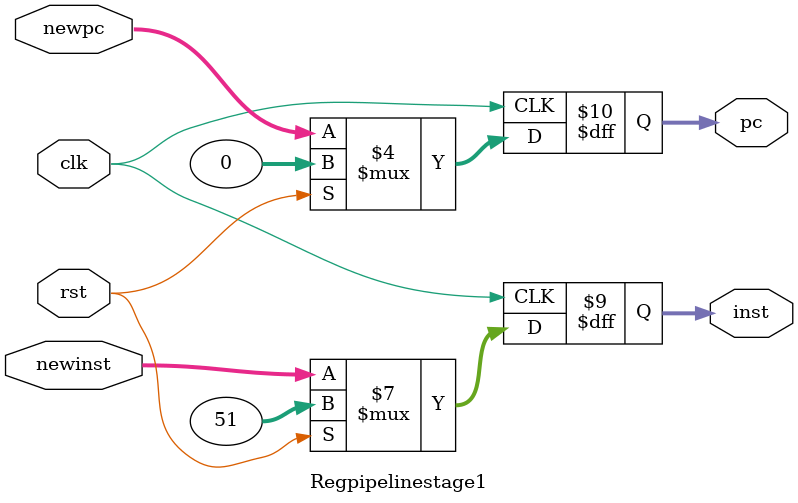
<source format=sv>
module Regpipelinestage1 (clk,rst,newinst,newpc,inst,pc);
input wire [31:0]newinst,newpc;
input wire clk,rst;
output reg [31:0]inst,pc;
always@(negedge clk) begin
if (rst==1) begin
	inst=32'h000033;
	pc=0;
	end
else begin	
	inst=newinst;
	pc=newpc;
end
end
endmodule

</source>
